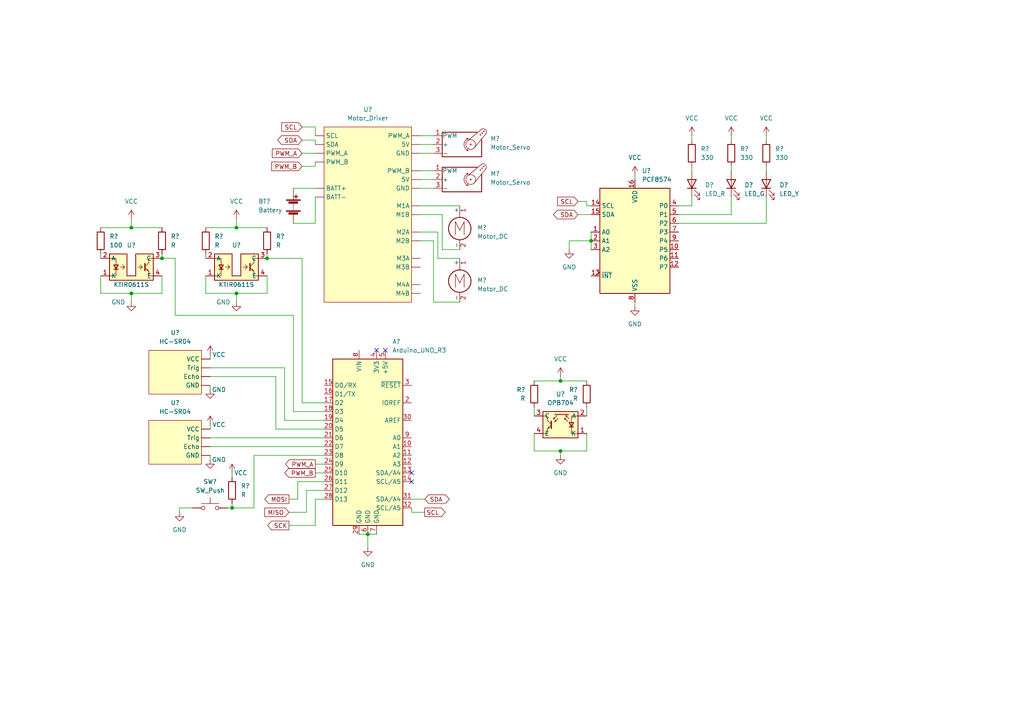
<source format=kicad_sch>
(kicad_sch (version 20211123) (generator eeschema)
  (paper "A4")
  (lib_symbols
    (symbol "Device:Battery" (pin_numbers hide) (pin_names (offset 0) hide)
      (property "Reference" "BT" (at 2.54 2.54 0))
      (property "Value" "Battery" (at 2.54 0 0))
      (symbol "Battery_0_1"
        (rectangle (start -2.032 -1.397) (end 2.032 -1.651) (fill (type outline)))
        (rectangle (start -2.032 1.778) (end 2.032 1.524) (fill (type outline)))
        (rectangle (start -1.3208 -1.9812) (end 1.27 -2.4892) (fill (type outline)))
        (rectangle (start -1.3208 1.1938) (end 1.27 0.6858) (fill (type outline)))
        (polyline (pts (xy 0 -1.524) (xy 0 -1.27)))
        (polyline (pts (xy 0 -1.016) (xy 0 -0.762)))
        (polyline (pts (xy 0 -0.508) (xy 0 -0.254)))
        (polyline (pts (xy 0 0) (xy 0 0.254)))
        (polyline (pts (xy 0 0.508) (xy 0 0.762)))
        (polyline (pts (xy 0 1.778) (xy 0 2.54)))
        (polyline (pts (xy 0.254 2.667) (xy 1.27 2.667)) (stroke (width 0.254)))
        (polyline (pts (xy 0.762 3.175) (xy 0.762 2.159)) (stroke (width 0.254)))
      )
      (symbol "Battery_1_1"
        (pin passive line (at 0 5.08 270) (length 2.54) (name "+") (number "1"))
        (pin passive line (at 0 -5.08 90) (length 2.54) (name "-") (number "2"))
      )
    )
    (symbol "Device:LED" (pin_numbers hide) (pin_names (offset 1.016) hide)
      (property "Reference" "D" (at 0 2.54 0))
      (property "Value" "LED" (at 0 -2.54 0))
      (symbol "LED_0_1"
        (polyline (pts (xy -1.27 -1.27) (xy -1.27 1.27)) (stroke (width 0.254)))
        (polyline (pts (xy -1.27 0) (xy 1.27 0)))
        (polyline (pts (xy 1.27 -1.27) (xy 1.27 1.27) (xy -1.27 0) (xy 1.27 -1.27)) (stroke (width 0.254)))
        (polyline (pts (xy -3.048 -0.762) (xy -4.572 -2.286) (xy -3.81 -2.286) (xy -4.572 -2.286) (xy -4.572 -1.524)))
        (polyline (pts (xy -1.778 -0.762) (xy -3.302 -2.286) (xy -2.54 -2.286) (xy -3.302 -2.286) (xy -3.302 -1.524)))
      )
      (symbol "LED_1_1"
        (pin passive line (at -3.81 0 0) (length 2.54) (name "K") (number "1"))
        (pin passive line (at 3.81 0 180) (length 2.54) (name "A") (number "2"))
      )
    )
    (symbol "Device:R" (pin_numbers hide) (pin_names (offset 0))
      (property "Reference" "R" (at 2.032 0 90))
      (property "Value" "R" (at 0 0 90))
      (symbol "R_0_1"
        (rectangle (start -1.016 -2.54) (end 1.016 2.54) (stroke (width 0.254)))
      )
      (symbol "R_1_1"
        (pin passive line (at 0 3.81 270) (length 1.27) (name "~") (number "1"))
        (pin passive line (at 0 -3.81 90) (length 1.27) (name "~") (number "2"))
      )
    )
    (symbol "Integrated_Design_Project:HC-SR04"
      (property "Reference" "U" (at 0 10.16 0))
      (property "Value" "HC-SR04" (at 0 6.35 0))
      (symbol "HC-SR04_0_1"
        (rectangle (start -7.62 5.08) (end 7.62 -7.62) (fill (type background)))
      )
      (symbol "HC-SR04_1_1"
        (pin output line (at -10.16 -2.54 0) (length 2.54) (name "Echo") (number ""))
        (pin power_in line (at -10.16 -5.08 0) (length 2.54) (name "GND") (number ""))
        (pin input line (at -10.16 0 0) (length 2.54) (name "Trig") (number ""))
        (pin power_in line (at -10.16 2.54 0) (length 2.54) (name "VCC") (number ""))
      )
    )
    (symbol "Integrated_Design_Project:KTIR0611S"
      (property "Reference" "U" (at 0 5.08 0))
      (property "Value" "KTIR0611S" (at 0 7.62 0))
      (symbol "KTIR0611S_0_1"
        (polyline (pts (xy -5.08 -0.635) (xy -3.81 -0.635)) (stroke (width 0.254)))
        (polyline (pts (xy -1.905 0) (xy -2.54 -0.635)))
        (polyline (pts (xy 3.175 0) (xy 2.54 -0.635)))
        (polyline (pts (xy 3.937 -0.127) (xy 5.08 -1.27)))
        (polyline (pts (xy 3.937 0.127) (xy 5.08 1.27)))
        (polyline (pts (xy -3.175 0) (xy -1.905 0) (xy -2.54 0.635)))
        (polyline (pts (xy 1.905 0) (xy 3.175 0) (xy 2.54 0.635)))
        (polyline (pts (xy 3.937 1.016) (xy 3.937 -1.016) (xy 3.937 -1.016)) (stroke (width 0.3556)))
        (polyline (pts (xy 5.08 -1.27) (xy 5.08 -2.54) (xy 6.35 -2.54)))
        (polyline (pts (xy 5.08 1.27) (xy 5.08 2.54) (xy 6.35 2.54)))
        (polyline (pts (xy -6.35 -2.54) (xy -4.445 -2.54) (xy -4.445 2.54) (xy -6.35 2.54)))
        (polyline (pts (xy -4.445 -0.635) (xy -5.08 0.635) (xy -3.81 0.635) (xy -4.445 -0.635)) (stroke (width 0.254)))
        (polyline (pts (xy 4.953 -1.143) (xy 4.699 -0.635) (xy 4.445 -0.889) (xy 4.953 -1.143)))
        (polyline (pts (xy -6.35 -3.81) (xy 6.35 -3.81) (xy 6.35 3.81) (xy 1.27 3.81) (xy 1.27 -2.54) (xy -1.27 -2.54) (xy -1.27 3.81) (xy -6.35 3.81) (xy -6.35 -3.81)) (stroke (width 0.254)) (fill (type background)))
      )
      (symbol "KTIR0611S_1_1"
        (pin passive line (at -8.89 -2.54 0) (length 2.54) (name "K") (number "1"))
        (pin passive line (at -8.89 2.54 0) (length 2.54) (name "A") (number "2"))
        (pin open_collector line (at 8.89 2.54 180) (length 2.54) (name "C") (number "3"))
        (pin open_emitter line (at 8.89 -2.54 180) (length 2.54) (name "E") (number "4"))
      )
    )
    (symbol "Integrated_Design_Project:Motor_Driver"
      (property "Reference" "U" (at 0 0 0))
      (property "Value" "Motor_Driver" (at 0 -2.54 0))
      (symbol "Motor_Driver_0_1"
        (rectangle (start -12.7 -5.08) (end 12.7 -55.88) (fill (type background)))
      )
      (symbol "Motor_Driver_1_1"
        (pin power_out line (at 15.24 -20.32 180) (length 2.54) (name "5V") (number ""))
        (pin power_out line (at 15.24 -10.16 180) (length 2.54) (name "5V") (number ""))
        (pin power_in line (at -15.24 -22.86 0) (length 2.54) (name "BATT+") (number ""))
        (pin power_in line (at -15.24 -25.4 0) (length 2.54) (name "BATT-") (number ""))
        (pin power_out line (at 15.24 -22.86 180) (length 2.54) (name "GND") (number ""))
        (pin power_out line (at 15.24 -12.7 180) (length 2.54) (name "GND") (number ""))
        (pin bidirectional line (at 15.24 -27.94 180) (length 2.54) (name "M1A") (number ""))
        (pin bidirectional line (at 15.24 -30.48 180) (length 2.54) (name "M1B") (number ""))
        (pin bidirectional line (at 15.24 -35.56 180) (length 2.54) (name "M2A") (number ""))
        (pin bidirectional line (at 15.24 -38.1 180) (length 2.54) (name "M2B") (number ""))
        (pin bidirectional line (at 15.24 -43.18 180) (length 2.54) (name "M3A") (number ""))
        (pin bidirectional line (at 15.24 -45.72 180) (length 2.54) (name "M3B") (number ""))
        (pin bidirectional line (at 15.24 -50.8 180) (length 2.54) (name "M4A") (number ""))
        (pin bidirectional line (at 15.24 -53.34 180) (length 2.54) (name "M4B") (number ""))
        (pin input line (at -15.24 -12.7 0) (length 2.54) (name "PWM_A") (number ""))
        (pin input line (at 15.24 -7.62 180) (length 2.54) (name "PWM_A") (number ""))
        (pin input line (at -15.24 -15.24 0) (length 2.54) (name "PWM_B") (number ""))
        (pin output line (at 15.24 -17.78 180) (length 2.54) (name "PWM_B") (number ""))
        (pin input line (at -15.24 -7.62 0) (length 2.54) (name "SCL") (number ""))
        (pin input line (at -15.24 -10.16 0) (length 2.54) (name "SDA") (number ""))
      )
    )
    (symbol "Integrated_Design_Project:OPB704"
      (property "Reference" "U" (at 0 6.35 0))
      (property "Value" "OPB704" (at 0 8.89 0))
      (symbol "OPB704_0_1"
        (polyline (pts (xy -3.81 -0.635) (xy -2.54 -0.635)) (stroke (width 0.254)))
        (polyline (pts (xy -2.286 2.921) (xy -2.032 3.175)))
        (polyline (pts (xy -1.778 2.921) (xy -1.524 3.175)))
        (polyline (pts (xy -1.524 2.667) (xy -1.651 2.159)))
        (polyline (pts (xy -1.27 2.921) (xy -1.016 3.175)))
        (polyline (pts (xy -1.143 1.905) (xy -1.27 1.397)))
        (polyline (pts (xy -0.762 2.921) (xy -0.508 3.175)))
        (polyline (pts (xy -0.254 2.921) (xy 0 3.175)))
        (polyline (pts (xy 0.254 2.921) (xy 0.508 3.175)))
        (polyline (pts (xy 0.762 2.921) (xy 1.016 3.175)))
        (polyline (pts (xy 1.27 2.921) (xy 1.524 3.175)))
        (polyline (pts (xy 1.651 0.889) (xy 1.143 1.016)))
        (polyline (pts (xy 1.778 2.921) (xy -2.413 2.921)))
        (polyline (pts (xy 2.032 1.651) (xy 1.524 1.778)))
        (polyline (pts (xy 2.667 -0.127) (xy 3.81 -1.27)))
        (polyline (pts (xy 2.667 0.127) (xy 3.81 1.27)))
        (polyline (pts (xy -2.54 1.651) (xy -1.524 2.667) (xy -2.032 2.54)))
        (polyline (pts (xy -2.159 0.889) (xy -1.143 1.905) (xy -1.651 1.778)))
        (polyline (pts (xy 0.635 1.905) (xy 1.651 0.889) (xy 1.524 1.397)))
        (polyline (pts (xy 1.016 2.667) (xy 2.032 1.651) (xy 1.905 2.159)))
        (polyline (pts (xy 2.667 1.016) (xy 2.667 -1.016) (xy 2.667 -1.016)) (stroke (width 0.3556)))
        (polyline (pts (xy 3.81 -1.27) (xy 3.81 -2.54) (xy 5.08 -2.54)))
        (polyline (pts (xy 3.81 1.27) (xy 3.81 2.54) (xy 5.08 2.54)))
        (polyline (pts (xy -5.08 -2.54) (xy -3.175 -2.54) (xy -3.175 2.54) (xy -5.08 2.54)))
        (polyline (pts (xy -3.175 -0.635) (xy -3.81 0.635) (xy -2.54 0.635) (xy -3.175 -0.635)) (stroke (width 0.254)))
        (polyline (pts (xy 3.683 -1.143) (xy 3.429 -0.635) (xy 3.175 -0.889) (xy 3.683 -1.143)))
        (polyline (pts (xy -5.08 -3.81) (xy 5.08 -3.81) (xy 5.08 3.81) (xy -5.08 3.81) (xy -5.08 -3.81)) (stroke (width 0.254)) (fill (type background)))
      )
      (symbol "OPB704_1_1"
        (pin passive line (at -7.62 -2.54 0) (length 2.54) (name "K") (number "1"))
        (pin passive line (at -7.62 2.54 0) (length 2.54) (name "A") (number "2"))
        (pin open_collector line (at 7.62 2.54 180) (length 2.54) (name "C") (number "3"))
        (pin open_emitter line (at 7.62 -2.54 180) (length 2.54) (name "E") (number "4"))
      )
    )
    (symbol "Interface_Expansion:PCF8574"
      (property "Reference" "U" (at -8.89 16.51 0))
      (property "Value" "PCF8574" (at 2.54 16.51 0))
      (symbol "PCF8574_0_1"
        (rectangle (start -10.16 15.24) (end 10.16 -15.24) (stroke (width 0.254)) (fill (type background)))
      )
      (symbol "PCF8574_1_1"
        (pin input line (at -12.7 2.54 0) (length 2.54) (name "A0") (number "1"))
        (pin bidirectional line (at 12.7 -2.54 180) (length 2.54) (name "P5") (number "10"))
        (pin bidirectional line (at 12.7 -5.08 180) (length 2.54) (name "P6") (number "11"))
        (pin bidirectional line (at 12.7 -7.62 180) (length 2.54) (name "P7") (number "12"))
        (pin open_collector output_low (at -12.7 -10.16 0) (length 2.54) (name "~{INT}") (number "13"))
        (pin input line (at -12.7 10.16 0) (length 2.54) (name "SCL") (number "14"))
        (pin bidirectional line (at -12.7 7.62 0) (length 2.54) (name "SDA") (number "15"))
        (pin power_in line (at 0 17.78 270) (length 2.54) (name "VDD") (number "16"))
        (pin input line (at -12.7 0 0) (length 2.54) (name "A1") (number "2"))
        (pin input line (at -12.7 -2.54 0) (length 2.54) (name "A2") (number "3"))
        (pin bidirectional line (at 12.7 10.16 180) (length 2.54) (name "P0") (number "4"))
        (pin bidirectional line (at 12.7 7.62 180) (length 2.54) (name "P1") (number "5"))
        (pin bidirectional line (at 12.7 5.08 180) (length 2.54) (name "P2") (number "6"))
        (pin bidirectional line (at 12.7 2.54 180) (length 2.54) (name "P3") (number "7"))
        (pin power_in line (at 0 -17.78 90) (length 2.54) (name "VSS") (number "8"))
        (pin bidirectional line (at 12.7 0 180) (length 2.54) (name "P4") (number "9"))
      )
    )
    (symbol "MCU_Module:Arduino_UNO_R3"
      (property "Reference" "A" (at -10.16 23.495 0))
      (property "Value" "Arduino_UNO_R3" (at 5.08 -26.67 0))
      (symbol "Arduino_UNO_R3_0_1"
        (rectangle (start -10.16 22.86) (end 10.16 -25.4) (stroke (width 0.254)) (fill (type background)))
      )
      (symbol "Arduino_UNO_R3_1_1"
        (pin no_connect line (at -10.16 -20.32 0) (length 2.54) hide (name "NC") (number "1"))
        (pin bidirectional line (at 12.7 -2.54 180) (length 2.54) (name "A1") (number "10"))
        (pin bidirectional line (at 12.7 -5.08 180) (length 2.54) (name "A2") (number "11"))
        (pin bidirectional line (at 12.7 -7.62 180) (length 2.54) (name "A3") (number "12"))
        (pin bidirectional line (at 12.7 -10.16 180) (length 2.54) (name "SDA/A4") (number "13"))
        (pin bidirectional line (at 12.7 -12.7 180) (length 2.54) (name "SCL/A5") (number "14"))
        (pin bidirectional line (at -12.7 15.24 0) (length 2.54) (name "D0/RX") (number "15"))
        (pin bidirectional line (at -12.7 12.7 0) (length 2.54) (name "D1/TX") (number "16"))
        (pin bidirectional line (at -12.7 10.16 0) (length 2.54) (name "D2") (number "17"))
        (pin bidirectional line (at -12.7 7.62 0) (length 2.54) (name "D3") (number "18"))
        (pin bidirectional line (at -12.7 5.08 0) (length 2.54) (name "D4") (number "19"))
        (pin output line (at 12.7 10.16 180) (length 2.54) (name "IOREF") (number "2"))
        (pin bidirectional line (at -12.7 2.54 0) (length 2.54) (name "D5") (number "20"))
        (pin bidirectional line (at -12.7 0 0) (length 2.54) (name "D6") (number "21"))
        (pin bidirectional line (at -12.7 -2.54 0) (length 2.54) (name "D7") (number "22"))
        (pin bidirectional line (at -12.7 -5.08 0) (length 2.54) (name "D8") (number "23"))
        (pin bidirectional line (at -12.7 -7.62 0) (length 2.54) (name "D9") (number "24"))
        (pin bidirectional line (at -12.7 -10.16 0) (length 2.54) (name "D10") (number "25"))
        (pin bidirectional line (at -12.7 -12.7 0) (length 2.54) (name "D11") (number "26"))
        (pin bidirectional line (at -12.7 -15.24 0) (length 2.54) (name "D12") (number "27"))
        (pin bidirectional line (at -12.7 -17.78 0) (length 2.54) (name "D13") (number "28"))
        (pin power_in line (at -2.54 -27.94 90) (length 2.54) (name "GND") (number "29"))
        (pin input line (at 12.7 15.24 180) (length 2.54) (name "~{RESET}") (number "3"))
        (pin input line (at 12.7 5.08 180) (length 2.54) (name "AREF") (number "30"))
        (pin bidirectional line (at 12.7 -17.78 180) (length 2.54) (name "SDA/A4") (number "31"))
        (pin bidirectional line (at 12.7 -20.32 180) (length 2.54) (name "SCL/A5") (number "32"))
        (pin power_out line (at 2.54 25.4 270) (length 2.54) (name "3V3") (number "4"))
        (pin power_out line (at 5.08 25.4 270) (length 2.54) (name "+5V") (number "5"))
        (pin power_in line (at 0 -27.94 90) (length 2.54) (name "GND") (number "6"))
        (pin power_in line (at 2.54 -27.94 90) (length 2.54) (name "GND") (number "7"))
        (pin power_in line (at -2.54 25.4 270) (length 2.54) (name "VIN") (number "8"))
        (pin bidirectional line (at 12.7 0 180) (length 2.54) (name "A0") (number "9"))
      )
    )
    (symbol "Motor:Motor_DC" (pin_names (offset 0))
      (property "Reference" "M" (at 2.54 2.54 0))
      (property "Value" "Motor_DC" (at 2.54 -5.08 0))
      (symbol "Motor_DC_0_0"
        (polyline (pts (xy -1.27 -3.302) (xy -1.27 0.508) (xy 0 -2.032) (xy 1.27 0.508) (xy 1.27 -3.302)))
      )
      (symbol "Motor_DC_0_1"
        (circle (center 0 -1.524) (radius 3.2512) (stroke (width 0.254)))
        (polyline (pts (xy 0 -7.62) (xy 0 -7.112)))
        (polyline (pts (xy 0 -4.7752) (xy 0 -5.1816)))
        (polyline (pts (xy 0 1.7272) (xy 0 2.0828)))
        (polyline (pts (xy 0 2.032) (xy 0 2.54)))
      )
      (symbol "Motor_DC_1_1"
        (pin passive line (at 0 5.08 270) (length 2.54) (name "+") (number "1"))
        (pin passive line (at 0 -7.62 90) (length 2.54) (name "-") (number "2"))
      )
    )
    (symbol "Motor:Motor_Servo" (pin_names (offset 0.0254))
      (property "Reference" "M" (at -5.08 4.445 0))
      (property "Value" "Motor_Servo" (at -5.08 -4.064 0))
      (symbol "Motor_Servo_0_1"
        (polyline (pts (xy 2.413 -1.778) (xy 2.032 -1.778)))
        (polyline (pts (xy 2.413 -1.778) (xy 2.286 -1.397)))
        (polyline (pts (xy 2.413 1.778) (xy 1.905 1.778)))
        (polyline (pts (xy 2.413 1.778) (xy 2.286 1.397)))
        (polyline (pts (xy 6.35 4.445) (xy 2.54 1.27)))
        (polyline (pts (xy 7.62 3.175) (xy 4.191 -1.016)))
        (polyline (pts (xy 5.08 3.556) (xy -5.08 3.556) (xy -5.08 -3.556) (xy 6.35 -3.556) (xy 6.35 1.524)) (stroke (width 0.254)))
        (arc (start 2.413 1.778) (mid 1.2406 0) (end 2.413 -1.778))
        (circle (center 3.175 0) (radius 0.1778))
        (circle (center 3.175 0) (radius 1.4224))
        (circle (center 5.969 2.794) (radius 0.127))
        (circle (center 6.477 3.302) (radius 0.127))
        (circle (center 6.985 3.81) (radius 0.127))
        (arc (start 7.62 3.175) (mid 7.4485 4.2735) (end 6.35 4.445))
      )
      (symbol "Motor_Servo_1_1"
        (pin passive line (at -7.62 2.54 0) (length 2.54) (name "PWM") (number "1"))
        (pin passive line (at -7.62 0 0) (length 2.54) (name "+") (number "2"))
        (pin passive line (at -7.62 -2.54 0) (length 2.54) (name "-") (number "3"))
      )
    )
    (symbol "Switch:SW_Push" (pin_numbers hide) (pin_names (offset 1.016) hide)
      (property "Reference" "SW" (at 1.27 2.54 0))
      (property "Value" "SW_Push" (at 0 -1.524 0))
      (symbol "SW_Push_0_1"
        (circle (center -2.032 0) (radius 0.508))
        (polyline (pts (xy 0 1.27) (xy 0 3.048)))
        (polyline (pts (xy 2.54 1.27) (xy -2.54 1.27)))
        (circle (center 2.032 0) (radius 0.508))
        (pin passive line (at -5.08 0 0) (length 2.54) (name "1") (number "1"))
        (pin passive line (at 5.08 0 180) (length 2.54) (name "2") (number "2"))
      )
    )
    (symbol "power:GND" (power) (pin_names (offset 0))
      (property "Value" "GND" (at 0 -3.81 0))
      (symbol "GND_0_1"
        (polyline (pts (xy 0 0) (xy 0 -1.27) (xy 1.27 -1.27) (xy 0 -2.54) (xy -1.27 -1.27) (xy 0 -1.27)))
      )
      (symbol "GND_1_1"
        (pin power_in line (at 0 0 270) (length 0) hide (name "GND") (number "1"))
      )
    )
    (symbol "power:VCC" (power) (pin_names (offset 0))
      (property "Value" "VCC" (at 0 3.81 0))
      (symbol "VCC_0_1"
        (polyline (pts (xy -0.762 1.27) (xy 0 2.54)))
        (polyline (pts (xy 0 0) (xy 0 2.54)))
        (polyline (pts (xy 0 2.54) (xy 0.762 1.27)))
      )
      (symbol "VCC_1_1"
        (pin power_in line (at 0 0 90) (length 0) hide (name "VCC") (number "1"))
      )
    )
  )
  (junction (at 77.47 74.93))
  (junction (at 106.68 154.94))
  (junction (at 162.56 110.49))
  (junction (at 67.31 147.32))
  (junction (at 38.1 66.04))
  (junction (at 38.1 85.09))
  (junction (at 68.58 66.04))
  (junction (at 46.99 74.93))
  (junction (at 162.56 130.81))
  (junction (at 68.58 85.09))
  (junction (at 171.45 69.85))
  (no_connect (at 111.76 101.6))
  (no_connect (at 109.22 101.6))
  (no_connect (at 119.38 139.7))
  (no_connect (at 119.38 137.16))
  (wire (pts (xy 127 67.31) (xy 127 74.93)))
  (wire (pts (xy 171.45 59.69) (xy 170.18 59.69)))
  (wire (pts (xy 125.73 87.63) (xy 133.35 87.63)))
  (wire (pts (xy 170.18 59.69) (xy 170.18 58.42)))
  (wire (pts (xy 52.07 147.32) (xy 52.07 148.59)))
  (wire (pts (xy 162.56 110.49) (xy 154.94 110.49)))
  (wire (pts (xy 200.66 39.37) (xy 200.66 40.64)))
  (wire (pts (xy 125.73 69.85) (xy 125.73 87.63)))
  (wire (pts (xy 38.1 85.09) (xy 46.99 85.09)))
  (wire (pts (xy 200.66 57.15) (xy 200.66 59.69)))
  (wire (pts (xy 87.63 40.64) (xy 91.44 40.64)))
  (wire (pts (xy 91.44 39.37) (xy 91.44 36.83)))
  (wire (pts (xy 123.19 144.78) (xy 119.38 144.78)))
  (wire (pts (xy 123.19 148.59) (xy 119.38 148.59)))
  (wire (pts (xy 29.21 73.66) (xy 29.21 74.93)))
  (wire (pts (xy 162.56 132.08) (xy 162.56 130.81)))
  (wire (pts (xy 77.47 85.09) (xy 77.47 80.01)))
  (wire (pts (xy 93.98 144.78) (xy 91.44 144.78)))
  (wire (pts (xy 121.92 41.91) (xy 125.73 41.91)))
  (wire (pts (xy 66.04 147.32) (xy 67.31 147.32)))
  (wire (pts (xy 91.44 144.78) (xy 91.44 152.4)))
  (wire (pts (xy 68.58 85.09) (xy 77.47 85.09)))
  (wire (pts (xy 46.99 73.66) (xy 46.99 74.93)))
  (wire (pts (xy 154.94 118.11) (xy 154.94 120.65)))
  (wire (pts (xy 80.01 124.46) (xy 93.98 124.46)))
  (wire (pts (xy 86.36 139.7) (xy 86.36 144.78)))
  (wire (pts (xy 121.92 39.37) (xy 125.73 39.37)))
  (wire (pts (xy 91.44 137.16) (xy 93.98 137.16)))
  (wire (pts (xy 83.82 148.59) (xy 88.9 148.59)))
  (wire (pts (xy 212.09 62.23) (xy 212.09 57.15)))
  (wire (pts (xy 93.98 134.62) (xy 91.44 134.62)))
  (wire (pts (xy 222.25 57.15) (xy 222.25 64.77)))
  (wire (pts (xy 154.94 130.81) (xy 154.94 125.73)))
  (wire (pts (xy 85.09 64.77) (xy 91.44 64.77)))
  (wire (pts (xy 170.18 110.49) (xy 162.56 110.49)))
  (wire (pts (xy 162.56 130.81) (xy 154.94 130.81)))
  (wire (pts (xy 121.92 69.85) (xy 125.73 69.85)))
  (wire (pts (xy 82.55 121.92) (xy 82.55 106.68)))
  (wire (pts (xy 67.31 137.16) (xy 67.31 138.43)))
  (wire (pts (xy 200.66 49.53) (xy 200.66 48.26)))
  (wire (pts (xy 121.92 67.31) (xy 127 67.31)))
  (wire (pts (xy 184.15 50.8) (xy 184.15 52.07)))
  (wire (pts (xy 170.18 125.73) (xy 170.18 130.81)))
  (wire (pts (xy 222.25 40.64) (xy 222.25 39.37)))
  (wire (pts (xy 87.63 44.45) (xy 91.44 44.45)))
  (wire (pts (xy 91.44 152.4) (xy 83.82 152.4)))
  (wire (pts (xy 85.09 91.44) (xy 85.09 119.38)))
  (wire (pts (xy 46.99 85.09) (xy 46.99 80.01)))
  (wire (pts (xy 106.68 154.94) (xy 109.22 154.94)))
  (wire (pts (xy 87.63 74.93) (xy 87.63 116.84)))
  (wire (pts (xy 38.1 63.5) (xy 38.1 66.04)))
  (wire (pts (xy 59.69 73.66) (xy 59.69 74.93)))
  (wire (pts (xy 106.68 154.94) (xy 106.68 158.75)))
  (wire (pts (xy 121.92 54.61) (xy 125.73 54.61)))
  (wire (pts (xy 121.92 59.69) (xy 133.35 59.69)))
  (wire (pts (xy 60.96 102.87) (xy 60.96 104.14)))
  (wire (pts (xy 165.1 69.85) (xy 165.1 72.39)))
  (wire (pts (xy 121.92 49.53) (xy 125.73 49.53)))
  (wire (pts (xy 50.8 74.93) (xy 50.8 91.44)))
  (wire (pts (xy 50.8 91.44) (xy 85.09 91.44)))
  (wire (pts (xy 60.96 123.19) (xy 60.96 124.46)))
  (wire (pts (xy 93.98 132.08) (xy 73.66 132.08)))
  (wire (pts (xy 59.69 85.09) (xy 68.58 85.09)))
  (wire (pts (xy 38.1 85.09) (xy 38.1 87.63)))
  (wire (pts (xy 87.63 48.26) (xy 91.44 48.26)))
  (wire (pts (xy 171.45 69.85) (xy 171.45 72.39)))
  (wire (pts (xy 91.44 57.15) (xy 91.44 64.77)))
  (wire (pts (xy 162.56 109.22) (xy 162.56 110.49)))
  (wire (pts (xy 38.1 66.04) (xy 46.99 66.04)))
  (wire (pts (xy 85.09 54.61) (xy 91.44 54.61)))
  (wire (pts (xy 77.47 73.66) (xy 77.47 74.93)))
  (wire (pts (xy 165.1 69.85) (xy 171.45 69.85)))
  (wire (pts (xy 170.18 118.11) (xy 170.18 120.65)))
  (wire (pts (xy 93.98 139.7) (xy 86.36 139.7)))
  (wire (pts (xy 68.58 87.63) (xy 68.58 85.09)))
  (wire (pts (xy 73.66 132.08) (xy 73.66 147.32)))
  (wire (pts (xy 68.58 66.04) (xy 77.47 66.04)))
  (wire (pts (xy 167.64 62.23) (xy 171.45 62.23)))
  (wire (pts (xy 29.21 80.01) (xy 29.21 85.09)))
  (wire (pts (xy 104.14 154.94) (xy 106.68 154.94)))
  (wire (pts (xy 196.85 64.77) (xy 222.25 64.77)))
  (wire (pts (xy 80.01 109.22) (xy 80.01 124.46)))
  (wire (pts (xy 29.21 85.09) (xy 38.1 85.09)))
  (wire (pts (xy 87.63 116.84) (xy 93.98 116.84)))
  (wire (pts (xy 212.09 40.64) (xy 212.09 39.37)))
  (wire (pts (xy 171.45 67.31) (xy 171.45 69.85)))
  (wire (pts (xy 200.66 59.69) (xy 196.85 59.69)))
  (wire (pts (xy 60.96 111.76) (xy 60.96 113.03)))
  (wire (pts (xy 38.1 66.04) (xy 29.21 66.04)))
  (wire (pts (xy 121.92 52.07) (xy 125.73 52.07)))
  (wire (pts (xy 55.88 147.32) (xy 52.07 147.32)))
  (wire (pts (xy 119.38 148.59) (xy 119.38 147.32)))
  (wire (pts (xy 68.58 63.5) (xy 68.58 66.04)))
  (wire (pts (xy 77.47 74.93) (xy 87.63 74.93)))
  (wire (pts (xy 170.18 130.81) (xy 162.56 130.81)))
  (wire (pts (xy 82.55 106.68) (xy 60.96 106.68)))
  (wire (pts (xy 133.35 72.39) (xy 128.27 72.39)))
  (wire (pts (xy 196.85 62.23) (xy 212.09 62.23)))
  (wire (pts (xy 46.99 74.93) (xy 50.8 74.93)))
  (wire (pts (xy 127 74.93) (xy 133.35 74.93)))
  (wire (pts (xy 60.96 109.22) (xy 80.01 109.22)))
  (wire (pts (xy 60.96 132.08) (xy 60.96 133.35)))
  (wire (pts (xy 60.96 129.54) (xy 93.98 129.54)))
  (wire (pts (xy 85.09 119.38) (xy 93.98 119.38)))
  (wire (pts (xy 83.82 144.78) (xy 86.36 144.78)))
  (wire (pts (xy 91.44 46.99) (xy 91.44 48.26)))
  (wire (pts (xy 184.15 87.63) (xy 184.15 88.9)))
  (wire (pts (xy 59.69 80.01) (xy 59.69 85.09)))
  (wire (pts (xy 167.64 58.42) (xy 170.18 58.42)))
  (wire (pts (xy 60.96 127) (xy 93.98 127)))
  (wire (pts (xy 68.58 66.04) (xy 59.69 66.04)))
  (wire (pts (xy 93.98 142.24) (xy 88.9 142.24)))
  (wire (pts (xy 67.31 147.32) (xy 73.66 147.32)))
  (wire (pts (xy 82.55 121.92) (xy 93.98 121.92)))
  (wire (pts (xy 222.25 48.26) (xy 222.25 49.53)))
  (wire (pts (xy 91.44 40.64) (xy 91.44 41.91)))
  (wire (pts (xy 67.31 146.05) (xy 67.31 147.32)))
  (wire (pts (xy 87.63 36.83) (xy 91.44 36.83)))
  (wire (pts (xy 121.92 62.23) (xy 128.27 62.23)))
  (wire (pts (xy 212.09 48.26) (xy 212.09 49.53)))
  (wire (pts (xy 121.92 44.45) (xy 125.73 44.45)))
  (wire (pts (xy 88.9 142.24) (xy 88.9 148.59)))
  (wire (pts (xy 128.27 72.39) (xy 128.27 62.23)))
  (global_label "PWM_B" (shape output) (at 91.44 137.16 180) (property "Intersheet References" "${INTERSHEET_REFS}" (effects hide)))
  (global_label "MISO" (shape input) (at 83.82 148.59 180) (property "Intersheet References" "${INTERSHEET_REFS}" (effects hide)))
  (global_label "SCL" (shape input) (at 87.63 36.83 180) (property "Intersheet References" "${INTERSHEET_REFS}" (effects hide)))
  (global_label "SDA" (shape bidirectional) (at 167.64 62.23 180) (property "Intersheet References" "${INTERSHEET_REFS}" (effects hide)))
  (global_label "SCL" (shape output) (at 123.19 148.59 0) (property "Intersheet References" "${INTERSHEET_REFS}" (effects hide)))
  (global_label "PWM_A" (shape output) (at 91.44 134.62 180) (property "Intersheet References" "${INTERSHEET_REFS}" (effects hide)))
  (global_label "SDA" (shape bidirectional) (at 87.63 40.64 180) (property "Intersheet References" "${INTERSHEET_REFS}" (effects hide)))
  (global_label "PWM_A" (shape input) (at 87.63 44.45 180) (property "Intersheet References" "${INTERSHEET_REFS}" (effects hide)))
  (global_label "SCK" (shape output) (at 83.82 152.4 180) (property "Intersheet References" "${INTERSHEET_REFS}" (effects hide)))
  (global_label "SCL" (shape input) (at 167.64 58.42 180) (property "Intersheet References" "${INTERSHEET_REFS}" (effects hide)))
  (global_label "MOSI" (shape output) (at 83.82 144.78 180) (property "Intersheet References" "${INTERSHEET_REFS}" (effects hide)))
  (global_label "SDA" (shape bidirectional) (at 123.19 144.78 0) (property "Intersheet References" "${INTERSHEET_REFS}" (effects hide)))
  (global_label "PWM_B" (shape input) (at 87.63 48.26 180) (property "Intersheet References" "${INTERSHEET_REFS}" (effects hide)))
  (symbol (lib_id "power:GND") (at 60.96 113.03 0) (unit 1)
    (property "Reference" "#PWR?" (effects hide))
    (property "Value" "GND" (at 63.5 113.03 0))
  )
  (symbol (lib_id "Device:LED") (at 200.66 53.34 90) (unit 1)
    (property "Reference" "D?" (at 204.47 53.6574 90) (effects (justify right)))
    (property "Value" "LED_R" (at 204.47 56.1974 90) (effects (justify right)))
  )
  (symbol (lib_id "Device:LED") (at 222.25 53.34 90) (unit 1)
    (property "Reference" "D?" (at 226.06 53.6574 90) (effects (justify right)))
    (property "Value" "LED_Y" (at 226.06 56.1974 90) (effects (justify right)))
  )
  (symbol (lib_id "Device:R") (at 59.69 69.85 0) (unit 1)
    (property "Reference" "R?" (at 62.23 68.5799 0) (effects (justify left)))
    (property "Value" "R" (at 62.23 71.1199 0) (effects (justify left)))
  )
  (symbol (lib_id "power:GND") (at 184.15 88.9 0) (unit 1)
    (property "Reference" "#PWR?" (effects hide))
    (property "Value" "GND" (at 184.15 93.98 0))
  )
  (symbol (lib_id "power:GND") (at 60.96 133.35 0) (unit 1)
    (property "Reference" "#PWR?" (effects hide))
    (property "Value" "GND" (at 63.5 133.35 0))
  )
  (symbol (lib_id "Integrated_Design_Project:KTIR0611S") (at 38.1 77.47 0) (unit 1)
    (property "Reference" "U?" (at 38.1 71.12 0))
    (property "Value" "KTIR0611S" (at 38.1 82.55 0))
  )
  (symbol (lib_id "power:GND") (at 165.1 72.39 0) (unit 1)
    (property "Reference" "#PWR?" (effects hide))
    (property "Value" "GND" (at 165.1 77.47 0))
  )
  (symbol (lib_id "Device:R") (at 67.31 142.24 0) (unit 1)
    (property "Reference" "R?" (at 69.85 140.9699 0) (effects (justify left)))
    (property "Value" "R" (at 69.85 143.5099 0) (effects (justify left)))
  )
  (symbol (lib_id "power:VCC") (at 184.15 50.8 0) (unit 1)
    (property "Reference" "#PWR?" (effects hide))
    (property "Value" "VCC" (at 184.15 45.72 0))
  )
  (symbol (lib_id "power:GND") (at 68.58 87.63 0) (unit 1)
    (property "Reference" "#PWR?" (effects hide))
    (property "Value" "GND" (at 64.77 87.63 0))
  )
  (symbol (lib_id "MCU_Module:Arduino_UNO_R3") (at 106.68 127 0) (unit 1)
    (property "Reference" "A?" (at 113.7794 99.06 0) (effects (justify left)))
    (property "Value" "Arduino_UNO_R3" (at 113.7794 101.6 0) (effects (justify left)))
    (property "Footprint" "Module:Arduino_UNO_R3" (effects hide))
    (property "Datasheet" "https://www.arduino.cc/en/Main/arduinoBoardUno" (effects hide))
  )
  (symbol (lib_id "power:GND") (at 38.1 87.63 0) (unit 1)
    (property "Reference" "#PWR?" (effects hide))
    (property "Value" "GND" (at 34.29 87.63 0))
  )
  (symbol (lib_id "power:VCC") (at 162.56 109.22 0) (mirror y) (unit 1)
    (property "Reference" "#PWR?" (effects hide))
    (property "Value" "VCC" (at 162.56 104.14 0))
  )
  (symbol (lib_id "power:VCC") (at 67.31 137.16 0) (unit 1)
    (property "Reference" "#PWR?" (effects hide))
    (property "Value" "VCC" (at 69.85 137.16 0))
  )
  (symbol (lib_id "power:VCC") (at 60.96 102.87 0) (unit 1)
    (property "Reference" "#PWR?" (effects hide))
    (property "Value" "VCC" (at 63.5 102.87 0))
  )
  (symbol (lib_id "power:VCC") (at 212.09 39.37 0) (unit 1)
    (property "Reference" "#PWR?" (effects hide))
    (property "Value" "VCC" (at 212.09 34.29 0))
  )
  (symbol (lib_id "Integrated_Design_Project:Motor_Driver") (at 106.68 31.75 0) (unit 1)
    (property "Reference" "U?" (at 106.68 31.75 0))
    (property "Value" "Motor_Driver" (at 106.68 34.29 0))
  )
  (symbol (lib_id "Device:R") (at 29.21 69.85 0) (unit 1)
    (property "Reference" "R?" (at 31.75 68.5799 0) (effects (justify left)))
    (property "Value" "100" (at 31.75 71.1199 0) (effects (justify left)))
  )
  (symbol (lib_id "power:GND") (at 52.07 148.59 0) (unit 1)
    (property "Reference" "#PWR?" (effects hide))
    (property "Value" "GND" (at 52.07 153.67 0))
  )
  (symbol (lib_id "Motor:Motor_DC") (at 133.35 64.77 0) (unit 1)
    (property "Reference" "M?" (at 138.43 66.0399 0) (effects (justify left)))
    (property "Value" "Motor_DC" (at 138.43 68.5799 0) (effects (justify left)))
  )
  (symbol (lib_id "Motor:Motor_Servo") (at 133.35 41.91 0) (unit 1)
    (property "Reference" "M?" (at 142.24 40.2065 0) (effects (justify left)))
    (property "Value" "Motor_Servo" (at 142.24 42.7465 0) (effects (justify left)))
  )
  (symbol (lib_id "Device:R") (at 46.99 69.85 0) (unit 1)
    (property "Reference" "R?" (at 49.53 68.5799 0) (effects (justify left)))
    (property "Value" "R" (at 49.53 71.1199 0) (effects (justify left)))
  )
  (symbol (lib_id "power:VCC") (at 68.58 63.5 0) (unit 1)
    (property "Reference" "#PWR?" (effects hide))
    (property "Value" "VCC" (at 68.58 58.42 0))
  )
  (symbol (lib_id "Device:R") (at 170.18 114.3 0) (mirror y) (unit 1)
    (property "Reference" "R?" (at 167.64 113.0299 0) (effects (justify left)))
    (property "Value" "R" (at 167.64 115.5699 0) (effects (justify left)))
  )
  (symbol (lib_id "Integrated_Design_Project:KTIR0611S") (at 68.58 77.47 0) (unit 1)
    (property "Reference" "U?" (at 68.58 71.12 0))
    (property "Value" "KTIR0611S" (at 68.58 82.55 0))
  )
  (symbol (lib_id "Integrated_Design_Project:HC-SR04") (at 50.8 127 0) (mirror y) (unit 1)
    (property "Reference" "U?" (at 50.8 116.84 0))
    (property "Value" "HC-SR04" (at 50.8 119.38 0))
  )
  (symbol (lib_id "power:GND") (at 106.68 158.75 0) (unit 1)
    (property "Reference" "#PWR?" (effects hide))
    (property "Value" "GND" (at 106.68 163.83 0))
  )
  (symbol (lib_id "Device:LED") (at 212.09 53.34 90) (unit 1)
    (property "Reference" "D?" (at 215.9 53.6574 90) (effects (justify right)))
    (property "Value" "LED_G" (at 215.9 56.1974 90) (effects (justify right)))
  )
  (symbol (lib_id "Switch:SW_Push") (at 60.96 147.32 0) (unit 1)
    (property "Reference" "SW?" (at 60.96 139.7 0))
    (property "Value" "SW_Push" (at 60.96 142.24 0))
  )
  (symbol (lib_id "Device:R") (at 222.25 44.45 0) (unit 1)
    (property "Reference" "R?" (at 224.79 43.1799 0) (effects (justify left)))
    (property "Value" "330" (at 224.79 45.7199 0) (effects (justify left)))
  )
  (symbol (lib_id "Device:R") (at 77.47 69.85 180) (unit 1)
    (property "Reference" "R?" (at 80.01 68.5799 0) (effects (justify right)))
    (property "Value" "R" (at 80.01 71.1199 0) (effects (justify right)))
  )
  (symbol (lib_id "Device:R") (at 212.09 44.45 0) (unit 1)
    (property "Reference" "R?" (at 214.63 43.1799 0) (effects (justify left)))
    (property "Value" "330" (at 214.63 45.7199 0) (effects (justify left)))
  )
  (symbol (lib_id "Motor:Motor_Servo") (at 133.35 52.07 0) (unit 1)
    (property "Reference" "M?" (at 142.24 50.3665 0) (effects (justify left)))
    (property "Value" "Motor_Servo" (at 142.24 52.9065 0) (effects (justify left)))
  )
  (symbol (lib_id "Interface_Expansion:PCF8574") (at 184.15 69.85 0) (unit 1)
    (property "Reference" "U?" (at 186.1694 49.53 0) (effects (justify left)))
    (property "Value" "PCF8574" (at 186.1694 52.07 0) (effects (justify left)))
    (property "Datasheet" "http://www.nxp.com/documents/data_sheet/PCF8574_PCF8574A.pdf" (effects hide))
  )
  (symbol (lib_id "power:VCC") (at 60.96 123.19 0) (unit 1)
    (property "Reference" "#PWR?" (effects hide))
    (property "Value" "VCC" (at 63.5 123.19 0))
  )
  (symbol (lib_id "Integrated_Design_Project:HC-SR04") (at 50.8 106.68 0) (mirror y) (unit 1)
    (property "Reference" "U?" (at 50.8 96.52 0))
    (property "Value" "HC-SR04" (at 50.8 99.06 0))
  )
  (symbol (lib_id "power:VCC") (at 200.66 39.37 0) (unit 1)
    (property "Reference" "#PWR?" (effects hide))
    (property "Value" "VCC" (at 200.66 34.29 0))
  )
  (symbol (lib_id "Integrated_Design_Project:OPB704") (at 162.56 123.19 0) (mirror y) (unit 1)
    (property "Reference" "U?" (at 162.56 114.3 0))
    (property "Value" "OPB704" (at 162.56 116.84 0))
  )
  (symbol (lib_id "Device:R") (at 200.66 44.45 0) (unit 1)
    (property "Reference" "R?" (at 203.2 43.1799 0) (effects (justify left)))
    (property "Value" "330" (at 203.2 45.7199 0) (effects (justify left)))
  )
  (symbol (lib_id "power:VCC") (at 222.25 39.37 0) (unit 1)
    (property "Reference" "#PWR?" (effects hide))
    (property "Value" "VCC" (at 222.25 34.29 0))
  )
  (symbol (lib_id "power:GND") (at 162.56 132.08 0) (mirror y) (unit 1)
    (property "Reference" "#PWR?" (effects hide))
    (property "Value" "GND" (at 162.56 137.16 0))
  )
  (symbol (lib_id "Device:R") (at 154.94 114.3 0) (mirror y) (unit 1)
    (property "Reference" "R?" (at 152.4 113.0299 0) (effects (justify left)))
    (property "Value" "R" (at 152.4 115.5699 0) (effects (justify left)))
  )
  (symbol (lib_id "power:VCC") (at 38.1 63.5 0) (unit 1)
    (property "Reference" "#PWR?" (effects hide))
    (property "Value" "VCC" (at 38.1 58.42 0))
  )
  (symbol (lib_id "Device:Battery") (at 85.09 59.69 0) (unit 1)
    (property "Reference" "BT?" (at 74.93 58.42 0) (effects (justify left)))
    (property "Value" "Battery" (at 74.93 60.96 0) (effects (justify left)))
  )
  (symbol (lib_id "Motor:Motor_DC") (at 133.35 80.01 0) (unit 1)
    (property "Reference" "M?" (at 138.43 81.2799 0) (effects (justify left)))
    (property "Value" "Motor_DC" (at 138.43 83.8199 0) (effects (justify left)))
  )
)
</source>
